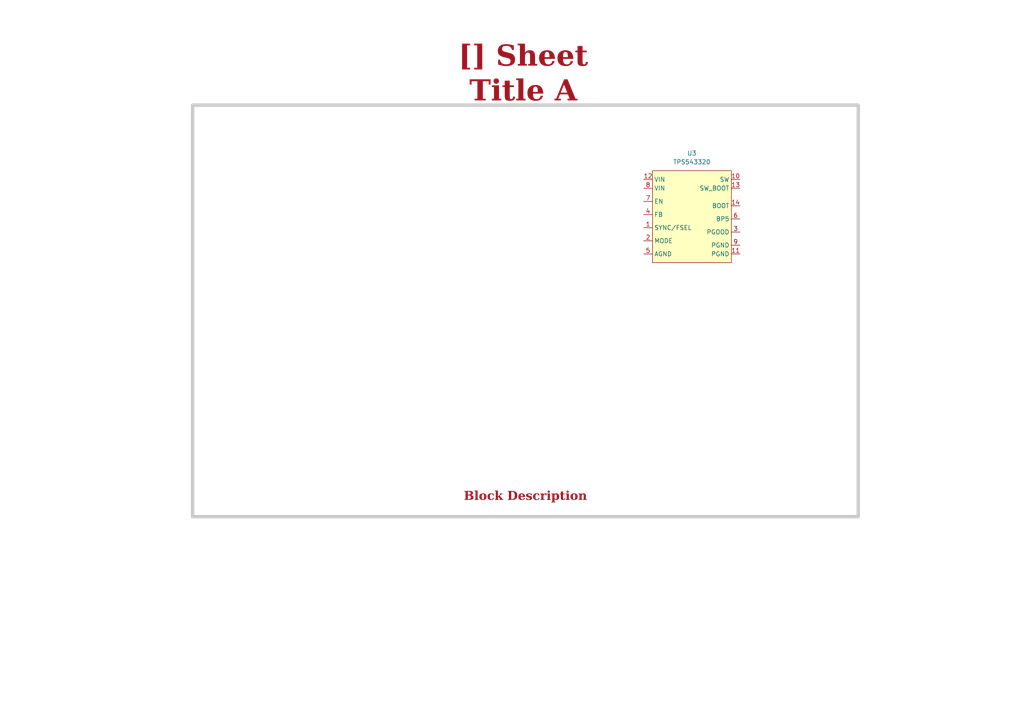
<source format=kicad_sch>
(kicad_sch (version 20250114) (generator "eeschema") (generator_version "9.0")
  (paper "A4")
  (title_block (title "Sheet Title A") (date "Last Modified Date") (rev "${REVISION}") (company "${COMPANY}"))
  (lib_symbols
    (symbol "0_Switching_Converters:TPS543320"
      (property "Reference" "U" (at 10.414 13.97 0))
      (property "Value" "TPS543320" (at 7.112 -15.24 0))
      (symbol "TPS543320_1_1"
        (rectangle (start -11.43 12.7) (end 11.43 -13.97) (fill (type background)))
        (pin power_in line (at -13.97 10.16 0) (length 2.54) (name "VIN") (number "12"))
        (pin power_in line (at -13.97 7.62 0) (length 2.54) (name "VIN") (number "8"))
        (pin input line (at -13.97 3.81 0) (length 2.54) (name "EN") (number "7"))
        (pin input line (at -13.97 0 0) (length 2.54) (name "FB") (number "4"))
        (pin input line (at -13.97 -3.81 0) (length 2.54) (name "SYNC/FSEL") (number "1"))
        (pin input line (at -13.97 -7.62 0) (length 2.54) (name "MODE") (number "2"))
        (pin power_in line (at -13.97 -11.43 0) (length 2.54) (name "AGND") (number "5"))
        (pin output line (at 13.97 10.16 180) (length 2.54) (name "SW") (number "10"))
        (pin output line (at 13.97 7.62 180) (length 2.54) (name "SW_BOOT") (number "13"))
        (pin input line (at 13.97 2.54 180) (length 2.54) (name "BOOT") (number "14"))
        (pin power_out line (at 13.97 -1.27 180) (length 2.54) (name "BP5") (number "6"))
        (pin open_collector line (at 13.97 -5.08 180) (length 2.54) (name "PGOOD") (number "3"))
        (pin power_in line (at 13.97 -8.89 180) (length 2.54) (name "PGND") (number "9"))
        (pin power_in line (at 13.97 -11.43 180) (length 2.54) (name "PGND") (number "11"))
      )
    )
  )
  (rectangle (start 55.88 30.48) (end 248.92 149.86) (stroke (width 1) (color 200 200 200 1)))
  (text_box "[${#}] ${TITLE}" (at 115.57 15.24 0) (size 72.39 12.7) (margins 4.4999 4.4999 4.4999 4.4999) (stroke (width -0.0001)) (effects (font (size 6 6) (thickness 1.2) (bold yes))))
  (text_box "Block Description" (at 57.15 139.7 0) (size 190.5 7.62) (margins 1.9049 1.9049 1.9049 1.9049) (stroke (width -0.0001)) (effects (font (size 2.54 2.54) (thickness 0.508) (bold yes)) (justify bottom)))
  (symbol (lib_id "0_Switching_Converters:TPS543320") (at 200.66 62.23 0) (unit 1)
    (property "Reference" "U2" (at 200.66 44.45 0))
    (property "Value" "TPS543320" (at 200.66 46.99 0))
    (property "Datasheet" "kicad-embed://tps543320.pdf" (effects (hide yes)))
    (property "Description" "4-V to 18-V, 3-A synchronous SWIFT™ step-down converter" (effects (hide yes)))
    (property "Link" "https://www.ti.com/product/TPS543320" (effects (hide yes)))
    (instances (project "" (path "" (reference "U3") (unit 1)) (path "" (reference "U2") (unit 1))))
  )
)
</source>
